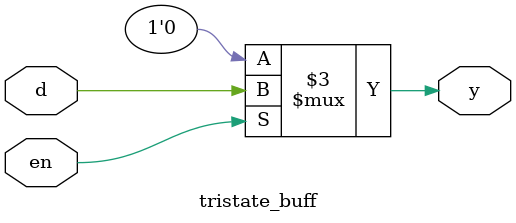
<source format=v>
module tristate_buff(input d,en,output reg y);
initial begin
		if(en)begin
		 y=d;
			end
		
			else begin
		 y=0;
	end
end
endmodule

</source>
